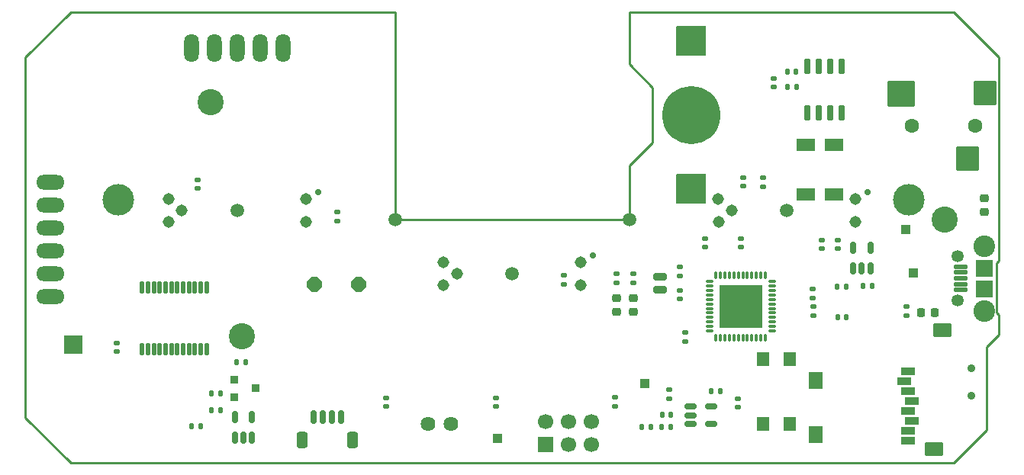
<source format=gbr>
%TF.GenerationSoftware,KiCad,Pcbnew,9.0.2*%
%TF.CreationDate,2025-06-25T14:48:32+01:00*%
%TF.ProjectId,FED3,46454433-2e6b-4696-9361-645f70636258,rev?*%
%TF.SameCoordinates,Original*%
%TF.FileFunction,Soldermask,Top*%
%TF.FilePolarity,Negative*%
%FSLAX46Y46*%
G04 Gerber Fmt 4.6, Leading zero omitted, Abs format (unit mm)*
G04 Created by KiCad (PCBNEW 9.0.2) date 2025-06-25 14:48:32*
%MOMM*%
%LPD*%
G01*
G04 APERTURE LIST*
G04 Aperture macros list*
%AMRoundRect*
0 Rectangle with rounded corners*
0 $1 Rounding radius*
0 $2 $3 $4 $5 $6 $7 $8 $9 X,Y pos of 4 corners*
0 Add a 4 corners polygon primitive as box body*
4,1,4,$2,$3,$4,$5,$6,$7,$8,$9,$2,$3,0*
0 Add four circle primitives for the rounded corners*
1,1,$1+$1,$2,$3*
1,1,$1+$1,$4,$5*
1,1,$1+$1,$6,$7*
1,1,$1+$1,$8,$9*
0 Add four rect primitives between the rounded corners*
20,1,$1+$1,$2,$3,$4,$5,0*
20,1,$1+$1,$4,$5,$6,$7,0*
20,1,$1+$1,$6,$7,$8,$9,0*
20,1,$1+$1,$8,$9,$2,$3,0*%
%AMFreePoly0*
4,1,17,0.351552,0.797921,0.797921,0.351552,0.812800,0.315631,0.812800,-0.315631,0.797921,-0.351552,0.351552,-0.797921,0.315631,-0.812800,-0.315631,-0.812800,-0.351552,-0.797921,-0.797921,-0.351552,-0.812800,-0.315631,-0.812800,0.315631,-0.797921,0.351552,-0.351552,0.797921,-0.315631,0.812800,0.315631,0.812800,0.351552,0.797921,0.351552,0.797921,$1*%
G04 Aperture macros list end*
%ADD10C,3.191057*%
%ADD11R,1.400000X1.600000*%
%ADD12RoundRect,0.135000X-0.135000X-0.185000X0.135000X-0.185000X0.135000X0.185000X-0.135000X0.185000X0*%
%ADD13O,3.149600X1.625600*%
%ADD14R,1.000000X1.000000*%
%ADD15RoundRect,0.140000X-0.170000X0.140000X-0.170000X-0.140000X0.170000X-0.140000X0.170000X0.140000X0*%
%ADD16RoundRect,0.140000X0.170000X-0.140000X0.170000X0.140000X-0.170000X0.140000X-0.170000X-0.140000X0*%
%ADD17RoundRect,0.135000X-0.185000X0.135000X-0.185000X-0.135000X0.185000X-0.135000X0.185000X0.135000X0*%
%ADD18RoundRect,0.200000X-0.550000X0.200000X-0.550000X-0.200000X0.550000X-0.200000X0.550000X0.200000X0*%
%ADD19RoundRect,0.135000X0.135000X0.185000X-0.135000X0.185000X-0.135000X-0.185000X0.135000X-0.185000X0*%
%ADD20RoundRect,0.140000X0.140000X0.170000X-0.140000X0.170000X-0.140000X-0.170000X0.140000X-0.170000X0*%
%ADD21RoundRect,0.050800X1.600000X-1.600000X1.600000X1.600000X-1.600000X1.600000X-1.600000X-1.600000X0*%
%ADD22RoundRect,3.225800X0.000010X-0.000010X0.000010X0.000010X-0.000010X0.000010X-0.000010X-0.000010X0*%
%ADD23RoundRect,0.218750X0.218750X0.256250X-0.218750X0.256250X-0.218750X-0.256250X0.218750X-0.256250X0*%
%ADD24RoundRect,0.218750X-0.256250X0.218750X-0.256250X-0.218750X0.256250X-0.218750X0.256250X0.218750X0*%
%ADD25RoundRect,0.050800X-0.400000X0.350000X-0.400000X-0.350000X0.400000X-0.350000X0.400000X0.350000X0*%
%ADD26R,1.700000X1.700000*%
%ADD27C,1.700000*%
%ADD28RoundRect,0.135000X0.185000X-0.135000X0.185000X0.135000X-0.185000X0.135000X-0.185000X-0.135000X0*%
%ADD29RoundRect,0.050800X0.200000X0.600000X-0.200000X0.600000X-0.200000X-0.600000X0.200000X-0.600000X0*%
%ADD30RoundRect,0.150000X-0.512500X-0.150000X0.512500X-0.150000X0.512500X0.150000X-0.512500X0.150000X0*%
%ADD31RoundRect,0.050800X-0.950000X0.650000X-0.950000X-0.650000X0.950000X-0.650000X0.950000X0.650000X0*%
%ADD32RoundRect,0.150000X0.150000X-0.512500X0.150000X0.512500X-0.150000X0.512500X-0.150000X-0.512500X0*%
%ADD33RoundRect,0.050800X0.750000X-0.350000X0.750000X0.350000X-0.750000X0.350000X-0.750000X-0.350000X0*%
%ADD34RoundRect,0.050800X0.700000X0.900000X-0.700000X0.900000X-0.700000X-0.900000X0.700000X-0.900000X0*%
%ADD35RoundRect,0.050800X0.950000X-0.700000X0.950000X0.700000X-0.950000X0.700000X-0.950000X-0.700000X0*%
%ADD36C,2.900000*%
%ADD37RoundRect,0.150000X0.150000X-0.725000X0.150000X0.725000X-0.150000X0.725000X-0.150000X-0.725000X0*%
%ADD38C,1.500000*%
%ADD39RoundRect,0.150000X0.150000X0.625000X-0.150000X0.625000X-0.150000X-0.625000X0.150000X-0.625000X0*%
%ADD40RoundRect,0.250000X0.350000X0.650000X-0.350000X0.650000X-0.350000X-0.650000X0.350000X-0.650000X0*%
%ADD41C,3.500000*%
%ADD42RoundRect,0.050800X-0.375000X-0.125000X0.375000X-0.125000X0.375000X0.125000X-0.375000X0.125000X0*%
%ADD43RoundRect,0.050800X0.125000X-0.375000X0.125000X0.375000X-0.125000X0.375000X-0.125000X-0.375000X0*%
%ADD44RoundRect,0.050800X0.375000X0.125000X-0.375000X0.125000X-0.375000X-0.125000X0.375000X-0.125000X0*%
%ADD45RoundRect,0.050800X-0.125000X0.375000X-0.125000X-0.375000X0.125000X-0.375000X0.125000X0.375000X0*%
%ADD46RoundRect,0.050800X-2.350000X2.350000X-2.350000X-2.350000X2.350000X-2.350000X2.350000X2.350000X0*%
%ADD47RoundRect,0.140000X-0.140000X-0.170000X0.140000X-0.170000X0.140000X0.170000X-0.140000X0.170000X0*%
%ADD48C,1.625600*%
%ADD49RoundRect,0.050800X0.675000X0.200000X-0.675000X0.200000X-0.675000X-0.200000X0.675000X-0.200000X0*%
%ADD50RoundRect,0.050800X0.900000X0.900000X-0.900000X0.900000X-0.900000X-0.900000X0.900000X-0.900000X0*%
%ADD51C,2.401600*%
%ADD52C,1.351600*%
%ADD53R,2.000000X2.000000*%
%ADD54FreePoly0,180.000000*%
%ADD55O,1.625600X3.149600*%
%ADD56C,1.600000*%
%ADD57RoundRect,0.050800X-1.200000X1.275000X-1.200000X-1.275000X1.200000X-1.275000X1.200000X1.275000X0*%
%ADD58RoundRect,0.050800X-1.450000X1.375000X-1.450000X-1.375000X1.450000X-1.375000X1.450000X1.375000X0*%
%ADD59C,0.900000*%
%ADD60C,0.700000*%
%ADD61C,1.309600*%
%TA.AperFunction,Profile*%
%ADD62C,0.250000*%
%TD*%
G04 APERTURE END LIST*
%TO.C,B1*%
D10*
X170010628Y-91395600D02*
G75*
G02*
X166819572Y-91395600I-1595528J0D01*
G01*
X166819572Y-91395600D02*
G75*
G02*
X170010628Y-91395600I1595528J0D01*
G01*
%TD*%
D11*
%TO.C,SW2*%
X179300000Y-118525000D03*
X179300000Y-125725000D03*
X176300000Y-118525000D03*
X176300000Y-125725000D03*
%TD*%
D12*
%TO.C,R16*%
X165065168Y-126050000D03*
X166085168Y-126050000D03*
%TD*%
D13*
%TO.C,SCREEN0*%
X97251100Y-98903600D03*
X97251100Y-101443600D03*
X97251100Y-103983600D03*
X97251100Y-106523600D03*
X97251100Y-109063600D03*
X97251100Y-111603600D03*
%TD*%
D14*
%TO.C,TP4*%
X193000000Y-108950000D03*
%TD*%
D15*
%TO.C,C18*%
X167110000Y-110907500D03*
X167110000Y-111867500D03*
%TD*%
D16*
%TO.C,C17*%
X167100000Y-109252500D03*
X167100000Y-108292500D03*
%TD*%
D17*
%TO.C,R10*%
X165950000Y-121940000D03*
X165950000Y-122960000D03*
%TD*%
D18*
%TO.C,X2*%
X164870000Y-109347500D03*
X164870000Y-110847500D03*
%TD*%
D12*
%TO.C,R6*%
X179010000Y-88300000D03*
X180030000Y-88300000D03*
%TD*%
D19*
%TO.C,R14*%
X171610000Y-122100000D03*
X170590000Y-122100000D03*
%TD*%
D16*
%TO.C,C10*%
X174155500Y-99292400D03*
X174155500Y-98332400D03*
%TD*%
D19*
%TO.C,R17*%
X163887668Y-126050000D03*
X162867668Y-126050000D03*
%TD*%
D20*
%TO.C,C1*%
X179980000Y-86600000D03*
X179020000Y-86600000D03*
%TD*%
D21*
%TO.C,B1*%
X168415100Y-83170200D03*
X168415100Y-99621000D03*
D22*
X168415100Y-91395600D03*
%TD*%
D23*
%TO.C,L2*%
X195422500Y-113360000D03*
X193847500Y-113360000D03*
%TD*%
D24*
%TO.C,L1*%
X161940000Y-111732500D03*
X161940000Y-113307500D03*
%TD*%
D17*
%TO.C,R5*%
X181900000Y-112690000D03*
X181900000Y-113710000D03*
%TD*%
D16*
%TO.C,C8*%
X134500000Y-123780000D03*
X134500000Y-122820000D03*
%TD*%
D25*
%TO.C,Q2*%
X117650000Y-120812500D03*
X117650000Y-122712500D03*
X120050000Y-121762500D03*
%TD*%
D26*
%TO.C,J1*%
X152175000Y-128015000D03*
D27*
X152175000Y-125475000D03*
X154715000Y-128015000D03*
X154715000Y-125475000D03*
X157255000Y-128015000D03*
X157255000Y-125475000D03*
%TD*%
D16*
%TO.C,C6*%
X159950000Y-123730000D03*
X159950000Y-122770000D03*
%TD*%
D15*
%TO.C,C3*%
X104600000Y-116720000D03*
X104600000Y-117680000D03*
%TD*%
D28*
%TO.C,R12*%
X167670000Y-116535000D03*
X167670000Y-115515000D03*
%TD*%
D29*
%TO.C,IC2*%
X114586100Y-110581600D03*
X113936100Y-110581600D03*
X113286100Y-110581600D03*
X112636100Y-110581600D03*
X111986100Y-110581600D03*
X111336100Y-110581600D03*
X110686100Y-110581600D03*
X110036100Y-110581600D03*
X109386100Y-110581600D03*
X108736100Y-110581600D03*
X108086100Y-110581600D03*
X107436100Y-110581600D03*
X107436100Y-117421600D03*
X108086100Y-117421600D03*
X108736100Y-117421600D03*
X109386100Y-117421600D03*
X110036100Y-117421600D03*
X110686100Y-117421600D03*
X111336100Y-117421600D03*
X111986100Y-117421600D03*
X112636100Y-117421600D03*
X113286100Y-117421600D03*
X113936100Y-117421600D03*
X114586100Y-117421600D03*
%TD*%
D30*
%TO.C,U3*%
X168312500Y-123800000D03*
X168312500Y-124750000D03*
X168312500Y-125700000D03*
X170587500Y-125700000D03*
X170587500Y-123800000D03*
%TD*%
D31*
%TO.C,X1*%
X181039100Y-94741600D03*
X181039100Y-100241600D03*
X184239100Y-100241600D03*
X184239100Y-94741600D03*
%TD*%
D12*
%TO.C,R8*%
X115090000Y-122300000D03*
X116110000Y-122300000D03*
%TD*%
D32*
%TO.C,IC1*%
X117750000Y-127237500D03*
X118700000Y-127237500D03*
X119650000Y-127237500D03*
X119650000Y-124962500D03*
X117750000Y-124962500D03*
%TD*%
D16*
%TO.C,C19*%
X173880000Y-106067500D03*
X173880000Y-105107500D03*
%TD*%
D33*
%TO.C,X4*%
X192410000Y-119900000D03*
X192010000Y-121000000D03*
X192410000Y-122100000D03*
X192810000Y-123200000D03*
X192410000Y-124300000D03*
X192810000Y-125400000D03*
X192410000Y-126500000D03*
X192410000Y-127600000D03*
D34*
X182210000Y-126900000D03*
X182210000Y-120900000D03*
D35*
X195310000Y-128500000D03*
X196210000Y-115300000D03*
%TD*%
D36*
%TO.C,@HOLE1*%
X196501100Y-103003600D03*
%TD*%
D28*
%TO.C,R15*%
X160080000Y-110030000D03*
X160080000Y-109010000D03*
%TD*%
D12*
%TO.C,R11*%
X187390000Y-110400000D03*
X188410000Y-110400000D03*
%TD*%
D14*
%TO.C,TP2*%
X163200000Y-121266000D03*
%TD*%
D24*
%TO.C,L0*%
X160050000Y-111732500D03*
X160050000Y-113307500D03*
%TD*%
D37*
%TO.C,IC4*%
X181242100Y-91176600D03*
X182512100Y-91176600D03*
X183782100Y-91176600D03*
X185052100Y-91176600D03*
X185052100Y-86026600D03*
X183782100Y-86026600D03*
X182512100Y-86026600D03*
X181242100Y-86026600D03*
%TD*%
D16*
%TO.C,C15*%
X184625000Y-106230000D03*
X184625000Y-105270000D03*
%TD*%
%TO.C,C7*%
X146700000Y-123780000D03*
X146700000Y-122820000D03*
%TD*%
D38*
%TO.C,@HOLE2*%
X161501100Y-103003600D03*
%TD*%
D39*
%TO.C,AUX_I2C0*%
X129500000Y-124975000D03*
X128500000Y-124975000D03*
X127500000Y-124975000D03*
X126500000Y-124975000D03*
D40*
X130800000Y-127500000D03*
X125200000Y-127500000D03*
%TD*%
D20*
%TO.C,C4*%
X113905000Y-125950000D03*
X112945000Y-125950000D03*
%TD*%
D16*
%TO.C,C12*%
X169880000Y-106067500D03*
X169880000Y-105107500D03*
%TD*%
D41*
%TO.C,*%
X192545100Y-100793600D03*
%TD*%
D28*
%TO.C,R13*%
X161940000Y-110030000D03*
X161940000Y-109010000D03*
%TD*%
D14*
%TO.C,TP1*%
X192150000Y-104100000D03*
%TD*%
D42*
%TO.C,U1*%
X170375000Y-109887500D03*
X170375000Y-110387500D03*
X170375000Y-110887500D03*
X170375000Y-111387500D03*
X170375000Y-111887500D03*
X170375000Y-112387500D03*
X170375000Y-112887500D03*
X170375000Y-113387500D03*
X170375000Y-113887500D03*
X170375000Y-114387500D03*
X170375000Y-114887500D03*
X170375000Y-115387500D03*
D43*
X171100000Y-116112500D03*
X171600000Y-116112500D03*
X172100000Y-116112500D03*
X172600000Y-116112500D03*
X173100000Y-116112500D03*
X173600000Y-116112500D03*
X174100000Y-116112500D03*
X174600000Y-116112500D03*
X175100000Y-116112500D03*
X175600000Y-116112500D03*
X176100000Y-116112500D03*
X176600000Y-116112500D03*
D44*
X177325000Y-115387500D03*
X177325000Y-114887500D03*
X177325000Y-114387500D03*
X177325000Y-113887500D03*
X177325000Y-113387500D03*
X177325000Y-112887500D03*
X177325000Y-112387500D03*
X177325000Y-111887500D03*
X177325000Y-111387500D03*
X177325000Y-110887500D03*
X177325000Y-110387500D03*
X177325000Y-109887500D03*
D45*
X176600000Y-109162500D03*
X176100000Y-109162500D03*
X175600000Y-109162500D03*
X175100000Y-109162500D03*
X174600000Y-109162500D03*
X174100000Y-109162500D03*
X173600000Y-109162500D03*
X173100000Y-109162500D03*
X172600000Y-109162500D03*
X172100000Y-109162500D03*
X171600000Y-109162500D03*
X171100000Y-109162500D03*
D46*
X173850000Y-112637500D03*
%TD*%
D38*
%TO.C,@HOLE2*%
X135501100Y-103003600D03*
%TD*%
D16*
%TO.C,C2*%
X177500000Y-88280000D03*
X177500000Y-87320000D03*
%TD*%
D17*
%TO.C,R19*%
X192230000Y-112680000D03*
X192230000Y-113700000D03*
%TD*%
D47*
%TO.C,C14*%
X184620000Y-113850000D03*
X185580000Y-113850000D03*
%TD*%
D48*
%TO.C,X5*%
X141694300Y-125736400D03*
X139154300Y-125736400D03*
%TD*%
D16*
%TO.C,C13*%
X182825000Y-106280000D03*
X182825000Y-105320000D03*
%TD*%
D17*
%TO.C,R4*%
X181850000Y-110690000D03*
X181850000Y-111710000D03*
%TD*%
D49*
%TO.C,USB0*%
X198225000Y-110850000D03*
X198225000Y-110200000D03*
X198225000Y-109550000D03*
X198225000Y-108900000D03*
X198225000Y-108250000D03*
D50*
X200900000Y-110700000D03*
X200900000Y-108400000D03*
D51*
X200900000Y-113150000D03*
X200900000Y-105950000D03*
D52*
X197900000Y-107125000D03*
X197900000Y-111975000D03*
%TD*%
D12*
%TO.C,R9*%
X117880000Y-118870000D03*
X118900000Y-118870000D03*
%TD*%
D36*
%TO.C,@HOLE6*%
X118501100Y-116003600D03*
%TD*%
D28*
%TO.C,R1*%
X129100000Y-103210000D03*
X129100000Y-102190000D03*
%TD*%
%TO.C,R3*%
X176309100Y-99353600D03*
X176309100Y-98333600D03*
%TD*%
D20*
%TO.C,C11*%
X185530000Y-110450000D03*
X184570000Y-110450000D03*
%TD*%
D53*
%TO.C,TP5*%
X99800000Y-116900000D03*
%TD*%
D41*
%TO.C,@HOLE5*%
X104788100Y-100793600D03*
%TD*%
D54*
%TO.C,BZ1*%
X131459200Y-110180000D03*
X126510000Y-110180000D03*
%TD*%
D55*
%TO.C,MOTOR0*%
X112921100Y-84003600D03*
X115461100Y-84003600D03*
X118001100Y-84003600D03*
X120541100Y-84003600D03*
X123081100Y-84003600D03*
%TD*%
D20*
%TO.C,C16*%
X166095168Y-124700000D03*
X165135168Y-124700000D03*
%TD*%
D14*
%TO.C,TP3*%
X146850000Y-127300000D03*
%TD*%
D16*
%TO.C,C5*%
X173500000Y-123880000D03*
X173500000Y-122920000D03*
%TD*%
D28*
%TO.C,R2*%
X154200000Y-110210000D03*
X154200000Y-109190000D03*
%TD*%
D15*
%TO.C,C9*%
X113600000Y-98620000D03*
X113600000Y-99580000D03*
%TD*%
D19*
%TO.C,R7*%
X116110000Y-124150000D03*
X115090000Y-124150000D03*
%TD*%
D56*
%TO.C,EXT0*%
X199844300Y-92614800D03*
X192844300Y-92614800D03*
D57*
X199044300Y-96289800D03*
D58*
X191644300Y-89039800D03*
D57*
X200944300Y-88939800D03*
%TD*%
D32*
%TO.C,U2*%
X186350000Y-108437500D03*
X187300000Y-108437500D03*
X188250000Y-108437500D03*
X188250000Y-106162500D03*
X186350000Y-106162500D03*
%TD*%
D36*
%TO.C,@HOLE0*%
X115001100Y-90003600D03*
%TD*%
D24*
%TO.C,CHG0*%
X200850000Y-100612500D03*
X200850000Y-102187500D03*
%TD*%
D59*
%TO.C,SW1*%
X199450000Y-119550000D03*
X199450000Y-122550000D03*
%TD*%
D60*
%TO.C,PI3*%
X126951100Y-100003600D03*
D38*
X118001100Y-102003600D03*
D61*
X125601100Y-100763600D03*
X125621100Y-103273600D03*
X110401100Y-103303600D03*
X111851100Y-102003600D03*
X110381100Y-100733600D03*
%TD*%
D60*
%TO.C,PI1*%
X187951100Y-100003600D03*
D38*
X179001100Y-102003600D03*
D61*
X186601100Y-100763600D03*
X186621100Y-103273600D03*
X171401100Y-103303600D03*
X172851100Y-102003600D03*
X171381100Y-100733600D03*
%TD*%
D60*
%TO.C,PI2*%
X157451100Y-107003600D03*
D38*
X148501100Y-109003600D03*
D61*
X156101100Y-107763600D03*
X156121100Y-110273600D03*
X140901100Y-110303600D03*
X142351100Y-109003600D03*
X140881100Y-107733600D03*
%TD*%
D62*
X201101100Y-126403600D02*
X201101100Y-117203600D01*
X161501100Y-103003600D02*
X135501100Y-103003600D01*
X161501100Y-80003600D02*
X161501100Y-85751600D01*
X161501100Y-85751600D02*
X164097100Y-88347600D01*
X99501100Y-80003600D02*
X94501100Y-85003600D01*
X202221100Y-107883600D02*
X202501100Y-107603600D01*
X202501100Y-85003600D02*
X197501100Y-80003600D01*
X202221100Y-113323600D02*
X202221100Y-107883600D01*
X202501100Y-107603600D02*
X202501100Y-85003600D01*
X161501100Y-96983600D02*
X161501100Y-103003600D01*
X202501100Y-113603600D02*
X202221100Y-113323600D01*
X135501100Y-103003600D02*
X135501100Y-80003600D01*
X94501100Y-125003600D02*
X99501100Y-130003600D01*
X164097100Y-88347600D02*
X164097100Y-94443600D01*
X197501100Y-130003600D02*
X201101100Y-126403600D01*
X197501100Y-80003600D02*
X161501100Y-80003600D01*
X202501100Y-115803600D02*
X202501100Y-113603600D01*
X94501100Y-85003600D02*
X94501100Y-125003600D01*
X99501100Y-130003600D02*
X197501100Y-130003600D01*
X164097100Y-94443600D02*
X161501100Y-96983600D01*
X201101100Y-117203600D02*
X202501100Y-115803600D01*
X135501100Y-80003600D02*
X99501100Y-80003600D01*
M02*

</source>
